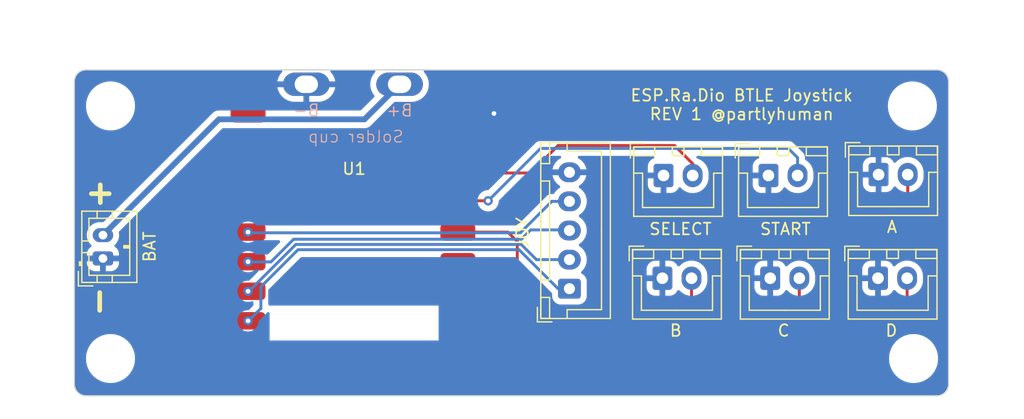
<source format=kicad_pcb>
(kicad_pcb (version 20241229) (generator "pcbnew") (generator_version "9.0")
  (title_block (title "ESP.Ra.Dio BTLE Joystick") (date "2026-02-15") (rev "1") (company "@partlyhuman"))
  (layers (0 "F.Cu" signal) (2 "B.Cu" signal) (13 "F.Paste" user) (15 "B.Paste" user) (5 "F.SilkS" user "F.Silkscreen") (7 "B.SilkS" user "B.Silkscreen") (1 "F.Mask" user) (3 "B.Mask" user) (25 "Edge.Cuts" user))
  (net 0 "")
  (net 1 "GND")
  (net 2 "/BA")
  (net 3 "/BB")
  (net 4 "/BC")
  (net 5 "/BD")
  (net 6 "/STA")
  (net 7 "/SEL")
  (net 8 "/DD")
  (net 9 "/DU")
  (net 10 "/DR")
  (net 11 "/DL")
  (net 18 "/B+")
  (footprint "Connector_JST:JST_XH_B2B-XH-A_1x02_P2.50mm_Vertical" (layer "F.Cu") (at 88.55 59.075001)
    (property "Reference" "J6" (hide yes))
    (property "Value" "SELECT" (at 1.449999 4.6 0) (layer "F.SilkS"))
    (fp_line (start -2.85 -2.75) (end -2.85 -1.5) (stroke (width 0.12)) (layer "F.SilkS"))
    (fp_line (start -2.56 -2.46) (end -2.56 3.51) (stroke (width 0.12)) (layer "F.SilkS"))
    (fp_line (start -2.56 3.51) (end 5.06 3.51) (stroke (width 0.12)) (layer "F.SilkS"))
    (fp_line (start -2.55 -2.45) (end -2.55 -1.7) (stroke (width 0.12)) (layer "F.SilkS"))
    (fp_line (start -2.55 -1.7) (end -0.750001 -1.7) (stroke (width 0.12)) (layer "F.SilkS"))
    (fp_line (start -2.55 -0.2) (end -1.8 -0.2) (stroke (width 0.12)) (layer "F.SilkS"))
    (fp_line (start -1.8 -0.2) (end -1.8 2.75) (stroke (width 0.12)) (layer "F.SilkS"))
    (fp_line (start -1.8 2.75) (end 1.25 2.75) (stroke (width 0.12)) (layer "F.SilkS"))
    (fp_line (start -1.6 -2.75) (end -2.85 -2.75) (stroke (width 0.12)) (layer "F.SilkS"))
    (fp_line (start -0.750001 -1.7) (end -0.75 -2.450001) (stroke (width 0.12)) (layer "F.SilkS"))
    (fp_line (start -0.75 -2.450001) (end -2.55 -2.45) (stroke (width 0.12)) (layer "F.SilkS"))
    (fp_line (start 0.75 -2.450001) (end 0.750001 -1.7) (stroke (width 0.12)) (layer "F.SilkS"))
    (fp_line (start 0.750001 -1.7) (end 1.749999 -1.7) (stroke (width 0.12)) (layer "F.SilkS"))
    (fp_line (start 1.749999 -2.45) (end 0.75 -2.450001) (stroke (width 0.12)) (layer "F.SilkS"))
    (fp_line (start 1.749999 -1.7) (end 1.749999 -2.45) (stroke (width 0.12)) (layer "F.SilkS"))
    (fp_line (start 3.25 -2.450001) (end 3.250001 -1.7) (stroke (width 0.12)) (layer "F.SilkS"))
    (fp_line (start 3.250001 -1.7) (end 5.05 -1.7) (stroke (width 0.12)) (layer "F.SilkS"))
    (fp_line (start 4.3 -0.2) (end 4.3 2.75) (stroke (width 0.12)) (layer "F.SilkS"))
    (fp_line (start 4.3 2.75) (end 1.25 2.75) (stroke (width 0.12)) (layer "F.SilkS"))
    (fp_line (start 5.05 -2.45) (end 3.25 -2.450001) (stroke (width 0.12)) (layer "F.SilkS"))
    (fp_line (start 5.05 -1.7) (end 5.05 -2.45) (stroke (width 0.12)) (layer "F.SilkS"))
    (fp_line (start 5.05 -0.2) (end 4.3 -0.2) (stroke (width 0.12)) (layer "F.SilkS"))
    (fp_line (start 5.06 -2.46) (end -2.56 -2.46) (stroke (width 0.12)) (layer "F.SilkS"))
    (fp_line (start 5.06 3.51) (end 5.06 -2.46) (stroke (width 0.12)) (layer "F.SilkS"))
    (pad "1" thru_hole roundrect (at 0 0) (size 1.7 2) (drill 1) (layers "*.Cu" "*.Mask") (roundrect_rratio 0.147059) (net 1 "GND"))
    (pad "2" thru_hole oval (at 2.5 0) (size 1.7 2) (drill 1) (layers "*.Cu" "*.Mask") (net 7 "/SEL"))
  )
  (footprint "Connector_JST:JST_XH_B2B-XH-A_1x02_P2.50mm_Vertical" (layer "F.Cu") (at 97.55 59.075001)
    (property "Reference" "J5" (hide yes))
    (property "Value" "START" (at 1.449999 4.6 0) (layer "F.SilkS"))
    (fp_line (start -2.85 -2.75) (end -2.85 -1.5) (stroke (width 0.12)) (layer "F.SilkS"))
    (fp_line (start -2.56 -2.46) (end -2.56 3.51) (stroke (width 0.12)) (layer "F.SilkS"))
    (fp_line (start -2.56 3.51) (end 5.06 3.51) (stroke (width 0.12)) (layer "F.SilkS"))
    (fp_line (start -2.55 -2.45) (end -2.55 -1.7) (stroke (width 0.12)) (layer "F.SilkS"))
    (fp_line (start -2.55 -1.7) (end -0.750001 -1.7) (stroke (width 0.12)) (layer "F.SilkS"))
    (fp_line (start -2.55 -0.2) (end -1.8 -0.2) (stroke (width 0.12)) (layer "F.SilkS"))
    (fp_line (start -1.8 -0.2) (end -1.8 2.75) (stroke (width 0.12)) (layer "F.SilkS"))
    (fp_line (start -1.8 2.75) (end 1.25 2.75) (stroke (width 0.12)) (layer "F.SilkS"))
    (fp_line (start -1.6 -2.75) (end -2.85 -2.75) (stroke (width 0.12)) (layer "F.SilkS"))
    (fp_line (start -0.750001 -1.7) (end -0.75 -2.450001) (stroke (width 0.12)) (layer "F.SilkS"))
    (fp_line (start -0.75 -2.450001) (end -2.55 -2.45) (stroke (width 0.12)) (layer "F.SilkS"))
    (fp_line (start 0.75 -2.450001) (end 0.750001 -1.7) (stroke (width 0.12)) (layer "F.SilkS"))
    (fp_line (start 0.750001 -1.7) (end 1.749999 -1.7) (stroke (width 0.12)) (layer "F.SilkS"))
    (fp_line (start 1.749999 -2.45) (end 0.75 -2.450001) (stroke (width 0.12)) (layer "F.SilkS"))
    (fp_line (start 1.749999 -1.7) (end 1.749999 -2.45) (stroke (width 0.12)) (layer "F.SilkS"))
    (fp_line (start 3.25 -2.450001) (end 3.250001 -1.7) (stroke (width 0.12)) (layer "F.SilkS"))
    (fp_line (start 3.250001 -1.7) (end 5.05 -1.7) (stroke (width 0.12)) (layer "F.SilkS"))
    (fp_line (start 4.3 -0.2) (end 4.3 2.75) (stroke (width 0.12)) (layer "F.SilkS"))
    (fp_line (start 4.3 2.75) (end 1.25 2.75) (stroke (width 0.12)) (layer "F.SilkS"))
    (fp_line (start 5.05 -2.45) (end 3.25 -2.450001) (stroke (width 0.12)) (layer "F.SilkS"))
    (fp_line (start 5.05 -1.7) (end 5.05 -2.45) (stroke (width 0.12)) (layer "F.SilkS"))
    (fp_line (start 5.05 -0.2) (end 4.3 -0.2) (stroke (width 0.12)) (layer "F.SilkS"))
    (fp_line (start 5.06 -2.46) (end -2.56 -2.46) (stroke (width 0.12)) (layer "F.SilkS"))
    (fp_line (start 5.06 3.51) (end 5.06 -2.46) (stroke (width 0.12)) (layer "F.SilkS"))
    (pad "1" thru_hole roundrect (at 0 0) (size 1.7 2) (drill 1) (layers "*.Cu" "*.Mask") (roundrect_rratio 0.147059) (net 1 "GND"))
    (pad "2" thru_hole oval (at 2.5 0) (size 1.7 2) (drill 1) (layers "*.Cu" "*.Mask") (net 6 "/STA"))
  )
  (footprint "Connector_JST:JST_XH_B5B-XH-A_1x05_P2.50mm_Vertical" (layer "F.Cu") (at 80.475 68.8 90)
    (property "Reference" "J7" (hide yes))
    (property "Value" "JOY" (at 4.8 -4.025001 90) (layer "F.SilkS"))
    (fp_line (start -1.6 -2.75) (end -2.85 -2.75) (stroke (width 0.12)) (layer "F.SilkS"))
    (fp_line (start -2.85 -2.75) (end -2.85 -1.5) (stroke (width 0.12)) (layer "F.SilkS"))
    (fp_line (start 12.56 -2.46) (end -2.56 -2.46) (stroke (width 0.12)) (layer "F.SilkS"))
    (fp_line (start -2.56 -2.46) (end -2.56 3.51) (stroke (width 0.12)) (layer "F.SilkS"))
    (fp_line (start 12.55 -2.450001) (end 10.75 -2.450001) (stroke (width 0.12)) (layer "F.SilkS"))
    (fp_line (start 10.75 -2.450001) (end 10.749999 -1.7) (stroke (width 0.12)) (layer "F.SilkS"))
    (fp_line (start 0.75 -2.450001) (end 0.750001 -1.7) (stroke (width 0.12)) (layer "F.SilkS"))
    (fp_line (start -0.75 -2.450001) (end -2.55 -2.45) (stroke (width 0.12)) (layer "F.SilkS"))
    (fp_line (start 9.25 -2.45) (end 0.75 -2.450001) (stroke (width 0.12)) (layer "F.SilkS"))
    (fp_line (start -2.55 -2.45) (end -2.55 -1.7) (stroke (width 0.12)) (layer "F.SilkS"))
    (fp_line (start 12.550001 -1.7) (end 12.55 -2.450001) (stroke (width 0.12)) (layer "F.SilkS"))
    (fp_line (start 10.749999 -1.7) (end 12.550001 -1.7) (stroke (width 0.12)) (layer "F.SilkS"))
    (fp_line (start 9.25 -1.7) (end 9.25 -2.45) (stroke (width 0.12)) (layer "F.SilkS"))
    (fp_line (start 0.750001 -1.7) (end 9.25 -1.7) (stroke (width 0.12)) (layer "F.SilkS"))
    (fp_line (start -0.750001 -1.7) (end -0.75 -2.450001) (stroke (width 0.12)) (layer "F.SilkS"))
    (fp_line (start -2.55 -1.7) (end -0.750001 -1.7) (stroke (width 0.12)) (layer "F.SilkS"))
    (fp_line (start -1.8 -0.2) (end -1.8 2.75) (stroke (width 0.12)) (layer "F.SilkS"))
    (fp_line (start -2.55 -0.2) (end -1.8 -0.2) (stroke (width 0.12)) (layer "F.SilkS"))
    (fp_line (start 12.55 -0.199999) (end 11.8 -0.199999) (stroke (width 0.12)) (layer "F.SilkS"))
    (fp_line (start 11.8 -0.199999) (end 11.8 2.75) (stroke (width 0.12)) (layer "F.SilkS"))
    (fp_line (start 11.8 2.75) (end 5 2.75) (stroke (width 0.12)) (layer "F.SilkS"))
    (fp_line (start -1.8 2.75) (end 5 2.75) (stroke (width 0.12)) (layer "F.SilkS"))
    (fp_line (start 12.56 3.51) (end 12.56 -2.46) (stroke (width 0.12)) (layer "F.SilkS"))
    (fp_line (start -2.56 3.51) (end 12.56 3.51) (stroke (width 0.12)) (layer "F.SilkS"))
    (pad "1" thru_hole roundrect (at 0 0 90) (size 1.7 1.95) (drill 0.95) (layers "*.Cu" "*.Mask") (roundrect_rratio 0.147059) (net 9 "/DU"))
    (pad "2" thru_hole oval (at 2.5 0 90) (size 1.7 1.95) (drill 0.95) (layers "*.Cu" "*.Mask") (net 8 "/DD"))
    (pad "3" thru_hole oval (at 5 0 90) (size 1.7 1.95) (drill 0.95) (layers "*.Cu" "*.Mask") (net 10 "/DR"))
    (pad "4" thru_hole oval (at 7.5 0 90) (size 1.7 1.95) (drill 0.95) (layers "*.Cu" "*.Mask") (net 11 "/DL"))
    (pad "5" thru_hole oval (at 10 0 90) (size 1.7 1.95) (drill 0.95) (layers "*.Cu" "*.Mask") (net 1 "GND"))
  )
  (footprint "MCU_Espressif_ESP32_DevBoard:ESP32-S3-SuperMicro_SMD_BATT" (layer "F.Cu") (at 52.9 51.24 -90)
    (property "Reference" "U1" (at 7.26 -9.1 0) (layer "F.SilkS"))
    (property "Value" "ESP32-S3 Super Micro")
    (fp_text user "B-" (at 2.25 -5 0) (layer "B.SilkS") (effects (font (thickness 0.125)) (justify mirror)))
    (fp_text user "Solder cup" (at 4.5 -9.25 0) (layer "B.SilkS") (effects (font (thickness 0.1)) (justify mirror)))
    (fp_text user "B+" (at 2.25 -13 0) (layer "B.SilkS") (effects (font (thickness 0.125)) (justify mirror)))
    (pad "1" smd roundrect (at 0 0 270) (size 1.5 3) (layers "F.Cu" "F.Mask" "F.Paste"))
    (pad "2" smd roundrect (at 2.54 0 270) (size 1.5 3) (layers "F.Cu" "F.Mask" "F.Paste"))
    (pad "3" smd roundrect (at 5.08 0 270) (size 1.5 3) (layers "F.Cu" "F.Mask" "F.Paste"))
    (pad "4" smd roundrect (at 7.62 0 270) (size 1.5 3) (layers "F.Cu" "F.Mask" "F.Paste"))
    (pad "5" smd roundrect (at 10.16 0 270) (size 1.5 3) (layers "F.Cu" "F.Mask" "F.Paste"))
    (pad "6" smd roundrect (at 12.7 0 270) (size 1.5 3) (layers "F.Cu" "F.Mask" "F.Paste") (net 11 "/DL"))
    (pad "7" smd roundrect (at 15.24 0 270) (size 1.5 3) (layers "F.Cu" "F.Mask" "F.Paste") (net 10 "/DR"))
    (pad "8" smd roundrect (at 17.78 0 270) (size 1.5 3) (layers "F.Cu" "F.Mask" "F.Paste") (net 8 "/DD"))
    (pad "9" smd roundrect (at 20.32 0 270) (size 1.5 3) (layers "F.Cu" "F.Mask" "F.Paste") (net 9 "/DU"))
    (pad "10" smd roundrect (at 20.32 -18 270) (size 1.5 3) (layers "F.Cu" "F.Mask" "F.Paste") (net 5 "/BD"))
    (pad "11" smd roundrect (at 17.78 -18 270) (size 1.5 3) (layers "F.Cu" "F.Mask" "F.Paste") (net 4 "/BC"))
    (pad "12" smd roundrect (at 15.24 -18 270) (size 1.5 3) (layers "F.Cu" "F.Mask" "F.Paste") (net 3 "/BB"))
    (pad "13" smd roundrect (at 12.7 -18 270) (size 1.5 3) (layers "F.Cu" "F.Mask" "F.Paste") (net 2 "/BA"))
    (pad "14" smd roundrect (at 10.16 -18 270) (size 1.5 3) (layers "F.Cu" "F.Mask" "F.Paste") (net 6 "/STA"))
    (pad "15" smd roundrect (at 7.62 -18 270) (size 1.5 3) (layers "F.Cu" "F.Mask" "F.Paste") (net 7 "/SEL"))
    (pad "16" smd roundrect (at 5.08 -18 270) (size 1.5 3) (layers "F.Cu" "F.Mask" "F.Paste"))
    (pad "17" smd roundrect (at 2.54 -18 270) (size 1.5 3) (layers "F.Cu" "F.Mask" "F.Paste") (net 1 "GND"))
    (pad "18" smd roundrect (at 0 -18 270) (size 1.5 3) (layers "F.Cu" "F.Mask" "F.Paste"))
    (pad "19" thru_hole oval (at 0 -5) (size 4 2) (drill oval 2 1.5) (layers "*.Cu" "*.Mask") (net 1 "GND"))
    (pad "20" thru_hole oval (at 0 -13) (size 4 2) (drill oval 2 1.5) (layers "*.Cu" "*.Mask") (net 18 "/B+"))
  )
  (footprint "Connector_JST:JST_XH_B2B-XH-A_1x02_P2.50mm_Vertical" (layer "F.Cu") (at 106.95 67.9)
    (property "Reference" "J4" (hide yes))
    (property "Value" "D" (at 1.15 4.5 0) (layer "F.SilkS"))
    (fp_line (start -2.85 -2.75) (end -2.85 -1.5) (stroke (width 0.12)) (layer "F.SilkS"))
    (fp_line (start -2.56 -2.46) (end -2.56 3.51) (stroke (width 0.12)) (layer "F.SilkS"))
    (fp_line (start -2.56 3.51) (end 5.06 3.51) (stroke (width 0.12)) (layer "F.SilkS"))
    (fp_line (start -2.55 -2.45) (end -2.55 -1.7) (stroke (width 0.12)) (layer "F.SilkS"))
    (fp_line (start -2.55 -1.7) (end -0.750001 -1.7) (stroke (width 0.12)) (layer "F.SilkS"))
    (fp_line (start -2.55 -0.2) (end -1.8 -0.2) (stroke (width 0.12)) (layer "F.SilkS"))
    (fp_line (start -1.8 -0.2) (end -1.8 2.75) (stroke (width 0.12)) (layer "F.SilkS"))
    (fp_line (start -1.8 2.75) (end 1.25 2.75) (stroke (width 0.12)) (layer "F.SilkS"))
    (fp_line (start -1.6 -2.75) (end -2.85 -2.75) (stroke (width 0.12)) (layer "F.SilkS"))
    (fp_line (start -0.750001 -1.7) (end -0.75 -2.450001) (stroke (width 0.12)) (layer "F.SilkS"))
    (fp_line (start -0.75 -2.450001) (end -2.55 -2.45) (stroke (width 0.12)) (layer "F.SilkS"))
    (fp_line (start 0.75 -2.450001) (end 0.750001 -1.7) (stroke (width 0.12)) (layer "F.SilkS"))
    (fp_line (start 0.750001 -1.7) (end 1.749999 -1.7) (stroke (width 0.12)) (layer "F.SilkS"))
    (fp_line (start 1.749999 -2.45) (end 0.75 -2.450001) (stroke (width 0.12)) (layer "F.SilkS"))
    (fp_line (start 1.749999 -1.7) (end 1.749999 -2.45) (stroke (width 0.12)) (layer "F.SilkS"))
    (fp_line (start 3.25 -2.450001) (end 3.250001 -1.7) (stroke (width 0.12)) (layer "F.SilkS"))
    (fp_line (start 3.250001 -1.7) (end 5.05 -1.7) (stroke (width 0.12)) (layer "F.SilkS"))
    (fp_line (start 4.3 -0.2) (end 4.3 2.75) (stroke (width 0.12)) (layer "F.SilkS"))
    (fp_line (start 4.3 2.75) (end 1.25 2.75) (stroke (width 0.12)) (layer "F.SilkS"))
    (fp_line (start 5.05 -2.45) (end 3.25 -2.450001) (stroke (width 0.12)) (layer "F.SilkS"))
    (fp_line (start 5.05 -1.7) (end 5.05 -2.45) (stroke (width 0.12)) (layer "F.SilkS"))
    (fp_line (start 5.05 -0.2) (end 4.3 -0.2) (stroke (width 0.12)) (layer "F.SilkS"))
    (fp_line (start 5.06 -2.46) (end -2.56 -2.46) (stroke (width 0.12)) (layer "F.SilkS"))
    (fp_line (start 5.06 3.51) (end 5.06 -2.46) (stroke (width 0.12)) (layer "F.SilkS"))
    (pad "1" thru_hole roundrect (at 0 0) (size 1.7 2) (drill 1) (layers "*.Cu" "*.Mask") (roundrect_rratio 0.147059) (net 1 "GND"))
    (pad "2" thru_hole oval (at 2.5 0) (size 1.7 2) (drill 1) (layers "*.Cu" "*.Mask") (net 5 "/BD"))
  )
  (footprint "MountingHole:MountingHole_2.2mm_M2" (layer "F.Cu") (at 41.1 53.1 180)
    (property "Reference" "H4" (hide yes))
    (property "Value" "MountingHole_2.2mm_M2")
    (pad "" np_thru_hole circle (at 0 0 180) (size 2.2 2.2) (drill 2.2) (layers "*.Cu" "*.Mask"))
  )
  (footprint "Connector_JST:JST_XH_B2B-XH-A_1x02_P2.50mm_Vertical" (layer "F.Cu") (at 97.7 67.9)
    (property "Reference" "J3" (hide yes))
    (property "Value" "C" (at 1.15 4.5 0) (layer "F.SilkS"))
    (fp_line (start -2.85 -2.75) (end -2.85 -1.5) (stroke (width 0.12)) (layer "F.SilkS"))
    (fp_line (start -2.56 -2.46) (end -2.56 3.51) (stroke (width 0.12)) (layer "F.SilkS"))
    (fp_line (start -2.56 3.51) (end 5.06 3.51) (stroke (width 0.12)) (layer "F.SilkS"))
    (fp_line (start -2.55 -2.45) (end -2.55 -1.7) (stroke (width 0.12)) (layer "F.SilkS"))
    (fp_line (start -2.55 -1.7) (end -0.750001 -1.7) (stroke (width 0.12)) (layer "F.SilkS"))
    (fp_line (start -2.55 -0.2) (end -1.8 -0.2) (stroke (width 0.12)) (layer "F.SilkS"))
    (fp_line (start -1.8 -0.2) (end -1.8 2.75) (stroke (width 0.12)) (layer "F.SilkS"))
    (fp_line (start -1.8 2.75) (end 1.25 2.75) (stroke (width 0.12)) (layer "F.SilkS"))
    (fp_line (start -1.6 -2.75) (end -2.85 -2.75) (stroke (width 0.12)) (layer "F.SilkS"))
    (fp_line (start -0.750001 -1.7) (end -0.75 -2.450001) (stroke (width 0.12)) (layer "F.SilkS"))
    (fp_line (start -0.75 -2.450001) (end -2.55 -2.45) (stroke (width 0.12)) (layer "F.SilkS"))
    (fp_line (start 0.75 -2.450001) (end 0.750001 -1.7) (stroke (width 0.12)) (layer "F.SilkS"))
    (fp_line (start 0.750001 -1.7) (end 1.749999 -1.7) (stroke (width 0.12)) (layer "F.SilkS"))
    (fp_line (start 1.749999 -2.45) (end 0.75 -2.450001) (stroke (width 0.12)) (layer "F.SilkS"))
    (fp_line (start 1.749999 -1.7) (end 1.749999 -2.45) (stroke (width 0.12)) (layer "F.SilkS"))
    (fp_line (start 3.25 -2.450001) (end 3.250001 -1.7) (stroke (width 0.12)) (layer "F.SilkS"))
    (fp_line (start 3.250001 -1.7) (end 5.05 -1.7) (stroke (width 0.12)) (layer "F.SilkS"))
    (fp_line (start 4.3 -0.2) (end 4.3 2.75) (stroke (width 0.12)) (layer "F.SilkS"))
    (fp_line (start 4.3 2.75) (end 1.25 2.75) (stroke (width 0.12)) (layer "F.SilkS"))
    (fp_line (start 5.05 -2.45) (end 3.25 -2.450001) (stroke (width 0.12)) (layer "F.SilkS"))
    (fp_line (start 5.05 -1.7) (end 5.05 -2.45) (stroke (width 0.12)) (layer "F.SilkS"))
    (fp_line (start 5.05 -0.2) (end 4.3 -0.2) (stroke (width 0.12)) (layer "F.SilkS"))
    (fp_line (start 5.06 -2.46) (end -2.56 -2.46) (stroke (width 0.12)) (layer "F.SilkS"))
    (fp_line (start 5.06 3.51) (end 5.06 -2.46) (stroke (width 0.12)) (layer "F.SilkS"))
    (pad "1" thru_hole roundrect (at 0 0) (size 1.7 2) (drill 1) (layers "*.Cu" "*.Mask") (roundrect_rratio 0.147059) (net 1 "GND"))
    (pad "2" thru_hole oval (at 2.5 0) (size 1.7 2) (drill 1) (layers "*.Cu" "*.Mask") (net 4 "/BC"))
  )
  (footprint "MountingHole:MountingHole_2.2mm_M2" (layer "F.Cu") (at 109.9 53.1 180)
    (property "Reference" "H3" (hide yes))
    (property "Value" "MountingHole_2.2mm_M2")
    (pad "" np_thru_hole circle (at 0 0 180) (size 2.2 2.2) (drill 2.2) (layers "*.Cu" "*.Mask"))
  )
  (footprint "MountingHole:MountingHole_2.2mm_M2" (layer "F.Cu") (at 41.1 74.8 180)
    (property "Reference" "H2" (hide yes))
    (property "Value" "MountingHole_2.2mm_M2")
    (pad "" np_thru_hole circle (at 0 0 180) (size 2.2 2.2) (drill 2.2) (layers "*.Cu" "*.Mask"))
  )
  (footprint "Connector_JST:JST_XH_B2B-XH-A_1x02_P2.50mm_Vertical" (layer "F.Cu") (at 88.45 67.9)
    (property "Reference" "J2" (hide yes))
    (property "Value" "B" (at 1.15 4.5 0) (layer "F.SilkS"))
    (fp_line (start -2.85 -2.75) (end -2.85 -1.5) (stroke (width 0.12)) (layer "F.SilkS"))
    (fp_line (start -2.56 -2.46) (end -2.56 3.51) (stroke (width 0.12)) (layer "F.SilkS"))
    (fp_line (start -2.56 3.51) (end 5.06 3.51) (stroke (width 0.12)) (layer "F.SilkS"))
    (fp_line (start -2.55 -2.45) (end -2.55 -1.7) (stroke (width 0.12)) (layer "F.SilkS"))
    (fp_line (start -2.55 -1.7) (end -0.750001 -1.7) (stroke (width 0.12)) (layer "F.SilkS"))
    (fp_line (start -2.55 -0.2) (end -1.8 -0.2) (stroke (width 0.12)) (layer "F.SilkS"))
    (fp_line (start -1.8 -0.2) (end -1.8 2.75) (stroke (width 0.12)) (layer "F.SilkS"))
    (fp_line (start -1.8 2.75) (end 1.25 2.75) (stroke (width 0.12)) (layer "F.SilkS"))
    (fp_line (start -1.6 -2.75) (end -2.85 -2.75) (stroke (width 0.12)) (layer "F.SilkS"))
    (fp_line (start -0.750001 -1.7) (end -0.75 -2.450001) (stroke (width 0.12)) (layer "F.SilkS"))
    (fp_line (start -0.75 -2.450001) (end -2.55 -2.45) (stroke (width 0.12)) (layer "F.SilkS"))
    (fp_line (start 0.75 -2.450001) (end 0.750001 -1.7) (stroke (width 0.12)) (layer "F.SilkS"))
    (fp_line (start 0.750001 -1.7) (end 1.749999 -1.7) (stroke (width 0.12)) (layer "F.SilkS"))
    (fp_line (start 1.749999 -2.45) (end 0.75 -2.450001) (stroke (width 0.12)) (layer "F.SilkS"))
    (fp_line (start 1.749999 -1.7) (end 1.749999 -2.45) (stroke (width 0.12)) (layer "F.SilkS"))
    (fp_line (start 3.25 -2.450001) (end 3.250001 -1.7) (stroke (width 0.12)) (layer "F.SilkS"))
    (fp_line (start 3.250001 -1.7) (end 5.05 -1.7) (stroke (width 0.12)) (layer "F.SilkS"))
    (fp_line (start 4.3 -0.2) (end 4.3 2.75) (stroke (width 0.12)) (layer "F.SilkS"))
    (fp_line (start 4.3 2.75) (end 1.25 2.75) (stroke (width 0.12)) (layer "F.SilkS"))
    (fp_line (start 5.05 -2.45) (end 3.25 -2.450001) (stroke (width 0.12)) (layer "F.SilkS"))
    (fp_line (start 5.05 -1.7) (end 5.05 -2.45) (stroke (width 0.12)) (layer "F.SilkS"))
    (fp_line (start 5.05 -0.2) (end 4.3 -0.2) (stroke (width 0.12)) (layer "F.SilkS"))
    (fp_line (start 5.06 -2.46) (end -2.56 -2.46) (stroke (width 0.12)) (layer "F.SilkS"))
    (fp_line (start 5.06 3.51) (end 5.06 -2.46) (stroke (width 0.12)) (layer "F.SilkS"))
    (pad "1" thru_hole roundrect (at 0 0) (size 1.7 2) (drill 1) (layers "*.Cu" "*.Mask") (roundrect_rratio 0.147059) (net 1 "GND"))
    (pad "2" thru_hole oval (at 2.5 0) (size 1.7 2) (drill 1) (layers "*.Cu" "*.Mask") (net 3 "/BB"))
  )
  (footprint "Connector_JST:JST_XH_B2B-XH-A_1x02_P2.50mm_Vertical" (layer "F.Cu") (at 107 59)
    (property "Reference" "J1" (hide yes))
    (property "Value" "A" (at 1.15 4.5 0) (layer "F.SilkS"))
    (fp_line (start -2.85 -2.75) (end -2.85 -1.5) (stroke (width 0.12)) (layer "F.SilkS"))
    (fp_line (start -2.56 -2.46) (end -2.56 3.51) (stroke (width 0.12)) (layer "F.SilkS"))
    (fp_line (start -2.56 3.51) (end 5.06 3.51) (stroke (width 0.12)) (layer "F.SilkS"))
    (fp_line (start -2.55 -2.45) (end -2.55 -1.7) (stroke (width 0.12)) (layer "F.SilkS"))
    (fp_line (start -2.55 -1.7) (end -0.750001 -1.7) (stroke (width 0.12)) (layer "F.SilkS"))
    (fp_line (start -2.55 -0.2) (end -1.8 -0.2) (stroke (width 0.12)) (layer "F.SilkS"))
    (fp_line (start -1.8 -0.2) (end -1.8 2.75) (stroke (width 0.12)) (layer "F.SilkS"))
    (fp_line (start -1.8 2.75) (end 1.25 2.75) (stroke (width 0.12)) (layer "F.SilkS"))
    (fp_line (start -1.6 -2.75) (end -2.85 -2.75) (stroke (width 0.12)) (layer "F.SilkS"))
    (fp_line (start -0.750001 -1.7) (end -0.75 -2.450001) (stroke (width 0.12)) (layer "F.SilkS"))
    (fp_line (start -0.75 -2.450001) (end -2.55 -2.45) (stroke (width 0.12)) (layer "F.SilkS"))
    (fp_line (start 0.75 -2.450001) (end 0.750001 -1.7) (stroke (width 0.12)) (layer "F.SilkS"))
    (fp_line (start 0.750001 -1.7) (end 1.749999 -1.7) (stroke (width 0.12)) (layer "F.SilkS"))
    (fp_line (start 1.749999 -2.45) (end 0.75 -2.450001) (stroke (width 0.12)) (layer "F.SilkS"))
    (fp_line (start 1.749999 -1.7) (end 1.749999 -2.45) (stroke (width 0.12)) (layer "F.SilkS"))
    (fp_line (start 3.25 -2.450001) (end 3.250001 -1.7) (stroke (width 0.12)) (layer "F.SilkS"))
    (fp_line (start 3.250001 -1.7) (end 5.05 -1.7) (stroke (width 0.12)) (layer "F.SilkS"))
    (fp_line (start 4.3 -0.2) (end 4.3 2.75) (stroke (width 0.12)) (layer "F.SilkS"))
    (fp_line (start 4.3 2.75) (end 1.25 2.75) (stroke (width 0.12)) (layer "F.SilkS"))
    (fp_line (start 5.05 -2.45) (end 3.25 -2.450001) (stroke (width 0.12)) (layer "F.SilkS"))
    (fp_line (start 5.05 -1.7) (end 5.05 -2.45) (stroke (width 0.12)) (layer "F.SilkS"))
    (fp_line (start 5.05 -0.2) (end 4.3 -0.2) (stroke (width 0.12)) (layer "F.SilkS"))
    (fp_line (start 5.06 -2.46) (end -2.56 -2.46) (stroke (width 0.12)) (layer "F.SilkS"))
    (fp_line (start 5.06 3.51) (end 5.06 -2.46) (stroke (width 0.12)) (layer "F.SilkS"))
    (pad "1" thru_hole roundrect (at 0 0) (size 1.7 2) (drill 1) (layers "*.Cu" "*.Mask") (roundrect_rratio 0.147059) (net 1 "GND"))
    (pad "2" thru_hole oval (at 2.5 0) (size 1.7 2) (drill 1) (layers "*.Cu" "*.Mask") (net 2 "/BA"))
  )
  (footprint "MountingHole:MountingHole_2.2mm_M2" (layer "F.Cu") (at 110 74.8 180)
    (property "Reference" "H1" (hide yes))
    (property "Value" "MountingHole_2.2mm_M2")
    (pad "" np_thru_hole circle (at 0 0 180) (size 2.2 2.2) (drill 2.2) (layers "*.Cu" "*.Mask"))
  )
  (footprint "Connector_JST:JST_PH_B2B-PH-K_1x02_P2.00mm_Vertical" (layer "F.Cu") (at 40.45 66.2 90)
    (property "Reference" "J8" (hide yes))
    (property "Value" "BAT" (at 1 4 90) (layer "F.SilkS"))
    (fp_line (start -1.11 -2.11) (end -2.36 -2.11) (stroke (width 0.12)) (layer "F.SilkS"))
    (fp_line (start -2.36 -2.11) (end -2.36 -0.86) (stroke (width 0.12)) (layer "F.SilkS"))
    (fp_line (start -0.3 -2.010001) (end -0.6 -2.010001) (stroke (width 0.12)) (layer "F.SilkS"))
    (fp_line (start -0.6 -2.010001) (end -0.6 -1.81) (stroke (width 0.12)) (layer "F.SilkS"))
    (fp_line (start -0.3 -1.91) (end -0.6 -1.91) (stroke (width 0.12)) (layer "F.SilkS"))
    (fp_line (start 4.06 -1.81) (end -2.06 -1.81) (stroke (width 0.12)) (layer "F.SilkS"))
    (fp_line (start 0.5 -1.81) (end 0.5 -1.200001) (stroke (width 0.12)) (layer "F.SilkS"))
    (fp_line (start -0.3 -1.81) (end -0.3 -2.010001) (stroke (width 0.12)) (layer "F.SilkS"))
    (fp_line (start -2.06 -1.81) (end -2.06 2.91) (stroke (width 0.12)) (layer "F.SilkS"))
    (fp_line (start 3.45 -1.200001) (end 1.5 -1.2) (stroke (width 0.12)) (layer "F.SilkS"))
    (fp_line (start 0.5 -1.200001) (end -1.45 -1.2) (stroke (width 0.12)) (layer "F.SilkS"))
    (fp_line (start 1.5 -1.2) (end 1.5 -1.81) (stroke (width 0.12)) (layer "F.SilkS"))
    (fp_line (start -1.45 -1.2) (end -1.45 2.3) (stroke (width 0.12)) (layer "F.SilkS"))
    (fp_line (start 4.06 -0.5) (end 3.45 -0.5) (stroke (width 0.12)) (layer "F.SilkS"))
    (fp_line (start -2.06 -0.499999) (end -1.45 -0.5) (stroke (width 0.12)) (layer "F.SilkS"))
    (fp_line (start -2.06 0.799999) (end -1.45 0.8) (stroke (width 0.12)) (layer "F.SilkS"))
    (fp_line (start 4.06 0.8) (end 3.45 0.8) (stroke (width 0.12)) (layer "F.SilkS"))
    (fp_line (start 1.1 1.8) (end 1.1 2.3) (stroke (width 0.12)) (layer "F.SilkS"))
    (fp_line (start 0.9 1.8) (end 1.1 1.8) (stroke (width 0.12)) (layer "F.SilkS"))
    (fp_line (start 3.45 2.3) (end 3.45 -1.200001) (stroke (width 0.12)) (layer "F.SilkS"))
    (fp_line (start 1 2.3) (end 1 1.8) (stroke (width 0.12)) (layer "F.SilkS"))
    (fp_line (start 0.900001 2.3) (end 0.9 1.8) (stroke (width 0.12)) (layer "F.SilkS"))
    (fp_line (start -1.45 2.3) (end 3.45 2.3) (stroke (width 0.12)) (layer "F.SilkS"))
    (fp_line (start 4.06 2.91) (end 4.06 -1.81) (stroke (width 0.12)) (layer "F.SilkS"))
    (fp_line (start -2.06 2.91) (end 4.06 2.91) (stroke (width 0.12)) (layer "F.SilkS"))
    (pad "1" thru_hole roundrect (at 0 0 90) (size 1.2 1.75) (drill 0.75) (layers "*.Cu" "*.Mask") (roundrect_rratio 0.208333) (net 1 "GND"))
    (pad "2" thru_hole oval (at 2.000001 0 90) (size 1.2 1.75) (drill 0.75) (layers "*.Cu" "*.Mask") (net 18 "/B+"))
  )
  (gr_line (start 112 78) (end 39 78) (stroke (width 0.1)) (layer "Edge.Cuts"))
  (gr_line (start 39 50) (end 112 50) (stroke (width 0.1)) (layer "Edge.Cuts"))
  (gr_arc (start 113 77) (mid 112.707107 77.707107) (end 112 78) (stroke (width 0.1)) (layer "Edge.Cuts"))
  (gr_arc (start 39 78) (mid 38.292893 77.707107) (end 38 77) (stroke (width 0.1)) (layer "Edge.Cuts"))
  (gr_line (start 38 77) (end 38 51) (stroke (width 0.1)) (layer "Edge.Cuts"))
  (gr_line (start 113 51) (end 113 77) (stroke (width 0.1)) (layer "Edge.Cuts"))
  (gr_arc (start 112 50) (mid 112.707107 50.292893) (end 113 51) (stroke (width 0.1)) (layer "Edge.Cuts"))
  (gr_arc (start 38 51) (mid 38.292893 50.292893) (end 39 50) (stroke (width 0.1)) (layer "Edge.Cuts"))
  (gr_text "${TITLE}\nREV ${REVISION} ${COMPANY}" (at 95.25 53 0) (layer "F.SilkS") (effects (font (size 1 1))))
  (gr_text "+" (at 41.25 62.14 90) (layer "F.SilkS") (effects (font (size 2 2) (thickness 0.4) (bold yes)) (justify left bottom)))
  (gr_text "-" (at 41.2 71.4 90) (layer "F.SilkS") (effects (font (size 2 2) (thickness 0.4) (bold yes)) (justify left bottom)))
  (segment (start 73.97 53.78) (end 74 53.75) (width 0.25) (layer "F.Cu") (net 1))
  (segment (start 70.9 53.78) (end 73.97 53.78) (width 0.25) (layer "F.Cu") (net 1))
  (via (at 74 53.75) (size 0.8) (drill 0.4) (layers "F.Cu" "B.Cu") (net 1))
  (segment (start 87.75 64) (end 85.25 66.5) (width 0.25) (layer "F.Cu") (net 2))
  (segment (start 76 67.25) (end 76 64.75) (width 0.25) (layer "F.Cu") (net 2))
  (segment (start 85.03781 72.75) (end 81.5 72.75) (width 0.25) (layer "F.Cu") (net 2))
  (segment (start 109.5 59) (end 109.5 62.5) (width 0.25) (layer "F.Cu") (net 2))
  (segment (start 108 64) (end 87.75 64) (width 0.25) (layer "F.Cu") (net 2))
  (segment (start 76 64.75) (end 75.19 63.94) (width 0.25) (layer "F.Cu") (net 2))
  (segment (start 109.5 62.5) (end 108 64) (width 0.25) (layer "F.Cu") (net 2))
  (segment (start 85.25 72.53781) (end 85.03781 72.75) (width 0.25) (layer "F.Cu") (net 2))
  (segment (start 81.5 72.75) (end 76 67.25) (width 0.25) (layer "F.Cu") (net 2))
  (segment (start 75.19 63.94) (end 70.9 63.94) (width 0.25) (layer "F.Cu") (net 2))
  (segment (start 85.25 66.5) (end 85.25 72.53781) (width 0.25) (layer "F.Cu") (net 2))
  (segment (start 90.049 73.201) (end 81.31319 73.201) (width 0.25) (layer "F.Cu") (net 3))
  (segment (start 81.31319 73.201) (end 74.59219 66.48) (width 0.25) (layer "F.Cu") (net 3))
  (segment (start 74.59219 66.48) (end 70.9 66.48) (width 0.25) (layer "F.Cu") (net 3))
  (segment (start 90.95 72.3) (end 90.049 73.201) (width 0.25) (layer "F.Cu") (net 3))
  (segment (start 90.95 67.9) (end 90.95 72.3) (width 0.25) (layer "F.Cu") (net 3))
  (segment (start 76.49438 69.02) (end 70.9 69.02) (width 0.25) (layer "F.Cu") (net 4))
  (segment (start 100.2 67.9) (end 100.2 72.8) (width 0.25) (layer "F.Cu") (net 4))
  (segment (start 81.12638 73.652) (end 76.49438 69.02) (width 0.25) (layer "F.Cu") (net 4))
  (segment (start 100.2 72.8) (end 99.348 73.652) (width 0.25) (layer "F.Cu") (net 4))
  (segment (start 99.348 73.652) (end 81.12638 73.652) (width 0.25) (layer "F.Cu") (net 4))
  (segment (start 109.45 70.8) (end 106.147 74.103) (width 0.25) (layer "F.Cu") (net 5))
  (segment (start 109.45 67.9) (end 109.45 70.8) (width 0.25) (layer "F.Cu") (net 5))
  (segment (start 78.39657 71.56) (end 70.9 71.56) (width 0.25) (layer "F.Cu") (net 5))
  (segment (start 80.93957 74.103) (end 78.39657 71.56) (width 0.25) (layer "F.Cu") (net 5))
  (segment (start 106.147 74.103) (end 80.93957 74.103) (width 0.25) (layer "F.Cu") (net 5))
  (segment (start 73.5 61.25) (end 71.05 61.25) (width 0.25) (layer "F.Cu") (net 6))
  (segment (start 71.05 61.25) (end 70.9 61.4) (width 0.25) (layer "F.Cu") (net 6))
  (via (at 73.5 61.25) (size 0.8) (drill 0.4) (layers "F.Cu" "B.Cu") (net 6))
  (segment (start 78 56.75) (end 99.25 56.75) (width 0.25) (layer "B.Cu") (net 6))
  (segment (start 73.5 61.25) (end 78 56.75) (width 0.25) (layer "B.Cu") (net 6))
  (segment (start 99.25 56.75) (end 100.05 57.55) (width 0.25) (layer "B.Cu") (net 6))
  (segment (start 100.05 57.55) (end 100.05 59.075001) (width 0.25) (layer "B.Cu") (net 6))
  (segment (start 77.14 58.86) (end 79.5 56.5) (width 0.25) (layer "F.Cu") (net 7))
  (segment (start 89.487499 56.5) (end 91.05 58.062501) (width 0.25) (layer "F.Cu") (net 7))
  (segment (start 79.5 56.5) (end 89.487499 56.5) (width 0.25) (layer "F.Cu") (net 7))
  (segment (start 70.9 58.86) (end 77.14 58.86) (width 0.25) (layer "F.Cu") (net 7))
  (segment (start 91.05 58.062501) (end 91.05 59.075001) (width 0.25) (layer "F.Cu") (net 7))
  (via (at 52.9 69.02) (size 0.8) (drill 0.4) (layers "F.Cu" "B.Cu") (net 8))
  (segment (start 57 65) (end 76.33781 65) (width 0.25) (layer "B.Cu") (net 8))
  (segment (start 76.33781 65) (end 77.63781 66.3) (width 0.25) (layer "B.Cu") (net 8))
  (segment (start 52.9 69.02) (end 52.98 69.02) (width 0.25) (layer "B.Cu") (net 8))
  (segment (start 52.98 69.02) (end 57 65) (width 0.25) (layer "B.Cu") (net 8))
  (segment (start 77.63781 66.3) (end 80.475 66.3) (width 0.25) (layer "B.Cu") (net 8))
  (via (at 52.9 71.56) (size 0.8) (drill 0.4) (layers "F.Cu" "B.Cu") (net 9))
  (segment (start 57.18681 65.451) (end 76.151 65.451) (width 0.25) (layer "B.Cu") (net 9))
  (segment (start 54 68.63781) (end 57.18681 65.451) (width 0.25) (layer "B.Cu") (net 9))
  (segment (start 79.5 68.8) (end 80.475 68.8) (width 0.25) (layer "B.Cu") (net 9))
  (segment (start 76.151 65.451) (end 79.5 68.8) (width 0.25) (layer "B.Cu") (net 9))
  (segment (start 54 70.5) (end 54 68.63781) (width 0.25) (layer "B.Cu") (net 9))
  (segment (start 52.94 71.56) (end 54 70.5) (width 0.25) (layer "B.Cu") (net 9))
  (segment (start 52.9 71.56) (end 52.94 71.56) (width 0.25) (layer "B.Cu") (net 9))
  (via (at 52.9 66.48) (size 0.8) (drill 0.4) (layers "F.Cu" "B.Cu") (net 10))
  (segment (start 80.425 63.75) (end 80.475 63.8) (width 0.25) (layer "B.Cu") (net 10))
  (segment (start 56.81319 64.549) (end 76.35131 64.549) (width 0.25) (layer "B.Cu") (net 10))
  (segment (start 52.92 66.5) (end 54.86219 66.5) (width 0.25) (layer "B.Cu") (net 10))
  (segment (start 77.15031 63.75) (end 80.425 63.75) (width 0.25) (layer "B.Cu") (net 10))
  (segment (start 76.35131 64.549) (end 77.15031 63.75) (width 0.25) (layer "B.Cu") (net 10))
  (segment (start 54.86219 66.5) (end 56.81319 64.549) (width 0.25) (layer "B.Cu") (net 10))
  (segment (start 52.9 66.48) (end 52.92 66.5) (width 0.25) (layer "B.Cu") (net 10))
  (via (at 52.9 63.94) (size 0.8) (drill 0.4) (layers "F.Cu" "B.Cu") (net 11))
  (segment (start 52.9 63.94) (end 52.96 64) (width 0.25) (layer "B.Cu") (net 11))
  (segment (start 76.2625 64) (end 78.9625 61.3) (width 0.25) (layer "B.Cu") (net 11))
  (segment (start 52.96 64) (end 76.2625 64) (width 0.25) (layer "B.Cu") (net 11))
  (segment (start 78.9625 61.3) (end 80.475 61.3) (width 0.25) (layer "B.Cu") (net 11))
  (segment (start 50.399999 54.25) (end 62.89 54.25) (width 0.5) (layer "B.Cu") (net 18))
  (segment (start 62.89 54.25) (end 65.9 51.24) (width 0.5) (layer "B.Cu") (net 18))
  (segment (start 40.45 64.199999) (end 50.399999 54.25) (width 0.5) (layer "B.Cu") (net 18))
  (zone (net 0) (net_name "") (layers "F.Cu" "B.Cu") (connect_pads (clearance 0)) (min_thickness 0.25)
    (keepout (tracks not_allowed) (vias not_allowed) (pads not_allowed) (copperpour not_allowed) (footprints allowed))
    (fill (thermal_gap 0.5) (thermal_bridge_width 0.5))
    (polygon (pts (xy 54.75 70.25) (xy 54.75 73.25) (xy 69.25 73.25) (xy 69.25 70.25)))
  )
  (zone (net 1) (net_name "GND") (layer "B.Cu") (connect_pads (clearance 0.508)) (min_thickness 0.25) (fill yes (thermal_gap 0.5) (thermal_bridge_width 0.5))
    (polygon (pts (xy 35 44) (xy 35 80) (xy 116 80) (xy 116 44)))
  )
)
</source>
